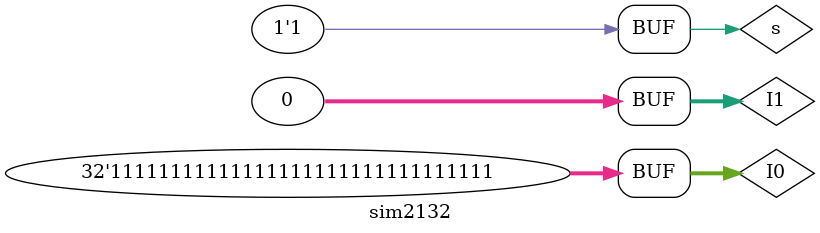
<source format=v>
`timescale 1ns / 1ps


module sim2132();
    reg [31:0] I0;
    reg [31:0] I1;
    reg s;
    wire [31:0]o;
    initial begin 
    I0=32'hffffffff;
    I1=32'h00000000;
    s=1'b0;
    #100;
    s=1'b1;    
    end
    mux2132 mux(I0,I1,s,o);
endmodule

</source>
